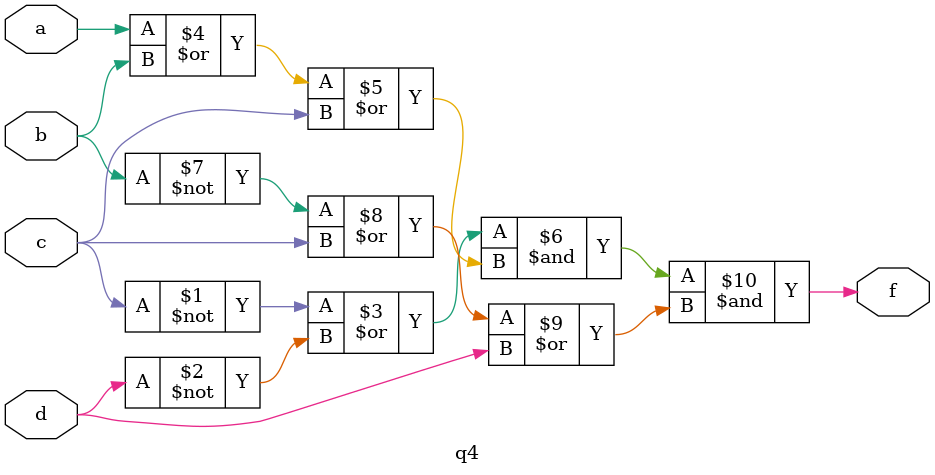
<source format=v>
module q4(a,b,c,d,f);
	input a,b,c,d;
	output f;
	
	assign f = (~c|~d)&(a|b|c)&(~b|c|d);
endmodule


</source>
